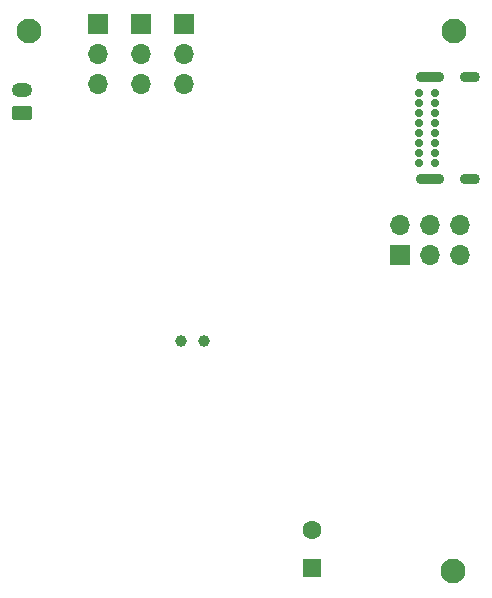
<source format=gbr>
%TF.GenerationSoftware,KiCad,Pcbnew,8.0.8*%
%TF.CreationDate,2025-02-27T11:16:46-08:00*%
%TF.ProjectId,Vanguard_new,56616e67-7561-4726-945f-6e65772e6b69,rev?*%
%TF.SameCoordinates,Original*%
%TF.FileFunction,Soldermask,Bot*%
%TF.FilePolarity,Negative*%
%FSLAX46Y46*%
G04 Gerber Fmt 4.6, Leading zero omitted, Abs format (unit mm)*
G04 Created by KiCad (PCBNEW 8.0.8) date 2025-02-27 11:16:46*
%MOMM*%
%LPD*%
G01*
G04 APERTURE LIST*
G04 Aperture macros list*
%AMRoundRect*
0 Rectangle with rounded corners*
0 $1 Rounding radius*
0 $2 $3 $4 $5 $6 $7 $8 $9 X,Y pos of 4 corners*
0 Add a 4 corners polygon primitive as box body*
4,1,4,$2,$3,$4,$5,$6,$7,$8,$9,$2,$3,0*
0 Add four circle primitives for the rounded corners*
1,1,$1+$1,$2,$3*
1,1,$1+$1,$4,$5*
1,1,$1+$1,$6,$7*
1,1,$1+$1,$8,$9*
0 Add four rect primitives between the rounded corners*
20,1,$1+$1,$2,$3,$4,$5,0*
20,1,$1+$1,$4,$5,$6,$7,0*
20,1,$1+$1,$6,$7,$8,$9,0*
20,1,$1+$1,$8,$9,$2,$3,0*%
G04 Aperture macros list end*
%ADD10R,1.700000X1.700000*%
%ADD11O,1.700000X1.700000*%
%ADD12C,0.700000*%
%ADD13O,2.400000X0.900000*%
%ADD14O,1.700000X0.900000*%
%ADD15C,2.100000*%
%ADD16C,1.000000*%
%ADD17R,1.600000X1.600000*%
%ADD18C,1.600000*%
%ADD19RoundRect,0.250000X0.625000X-0.350000X0.625000X0.350000X-0.625000X0.350000X-0.625000X-0.350000X0*%
%ADD20O,1.750000X1.200000*%
G04 APERTURE END LIST*
D10*
%TO.C,J5*%
X105000000Y-86420000D03*
D11*
X105000000Y-88960000D03*
X105000000Y-91500000D03*
%TD*%
D10*
%TO.C,J4*%
X101350000Y-86420000D03*
D11*
X101350000Y-88960000D03*
X101350000Y-91500000D03*
%TD*%
D12*
%TO.C,J1*%
X128550000Y-98204974D03*
X128550000Y-97354974D03*
X128550000Y-96504973D03*
X128550000Y-95654974D03*
X128550000Y-94804974D03*
X128550000Y-93954974D03*
X128550000Y-93104973D03*
X128550000Y-92254974D03*
X129900000Y-92254974D03*
X129900000Y-93104974D03*
X129900000Y-93954974D03*
X129900000Y-94804974D03*
X129900000Y-95654974D03*
X129900000Y-96504974D03*
X129900000Y-97354974D03*
X129900000Y-98204974D03*
D13*
X129530000Y-99554974D03*
D14*
X132910000Y-99554974D03*
D13*
X129530000Y-90904974D03*
D14*
X132910000Y-90904974D03*
%TD*%
D15*
%TO.C,REF\u002A\u002A*%
X95500000Y-87000000D03*
%TD*%
D16*
%TO.C,Y1*%
X110330000Y-113300000D03*
X108430000Y-113300000D03*
%TD*%
D17*
%TO.C,BZ1*%
X119500000Y-132500000D03*
D18*
X119500000Y-129300000D03*
%TD*%
D10*
%TO.C,J7*%
X108650000Y-86425000D03*
D11*
X108650000Y-88965000D03*
X108650000Y-91505000D03*
%TD*%
D15*
%TO.C,REF\u002A\u002A*%
X131500000Y-87000000D03*
%TD*%
D19*
%TO.C,J6*%
X94950000Y-94000000D03*
D20*
X94950000Y-91999999D03*
%TD*%
D15*
%TO.C,REF\u002A\u002A*%
X131450000Y-132790000D03*
%TD*%
D10*
%TO.C,J2*%
X126920000Y-106040000D03*
D11*
X126920000Y-103500000D03*
X129460000Y-106040000D03*
X129460000Y-103500000D03*
X131999999Y-106040000D03*
X132000000Y-103500000D03*
%TD*%
M02*

</source>
